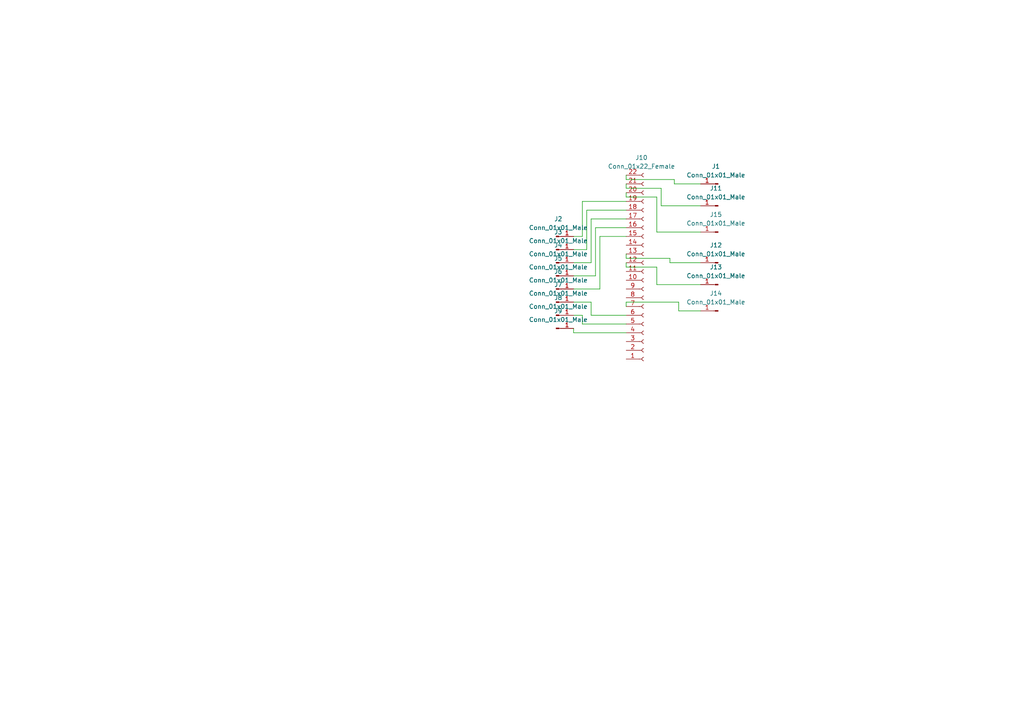
<source format=kicad_sch>
(kicad_sch (version 20211123) (generator eeschema)
  (paper "A4")
  (title_block (title "EMMMA-K-v3-Master") (date "2022-10-20") (rev "0"))
  (lib_symbols
    (symbol "Connector:Conn_01x01_Male" (pin_names (offset 1.016) hide)
      (property "Reference" "J" (at 0 2.54 0))
      (property "Value" "Conn_01x01_Male" (at 0 -2.54 0))
      (symbol "Conn_01x01_Male_1_1"
        (polyline (pts (xy 1.27 0) (xy 0.8636 0)) (stroke (width 0.1524)))
        (rectangle (start 0.8636 0.127) (end 0 -0.127) (stroke (width 0.1524)) (fill (type outline)))
        (pin passive line (at 5.08 0 180) (length 3.81) (name "Pin_1") (number "1"))
      )
    )
    (symbol "Connector:Conn_01x22_Female" (pin_names (offset 1.016) hide)
      (property "Reference" "J" (at 0 27.94 0))
      (property "Value" "Conn_01x22_Female" (at 0 -30.48 0))
      (symbol "Conn_01x22_Female_1_1"
        (arc (start 0 -27.432) (mid -0.508 -27.94) (end 0 -28.448) (stroke (width 0.1524)))
        (arc (start 0 -24.892) (mid -0.508 -25.4) (end 0 -25.908) (stroke (width 0.1524)))
        (arc (start 0 -22.352) (mid -0.508 -22.86) (end 0 -23.368) (stroke (width 0.1524)))
        (arc (start 0 -19.812) (mid -0.508 -20.32) (end 0 -20.828) (stroke (width 0.1524)))
        (arc (start 0 -17.272) (mid -0.508 -17.78) (end 0 -18.288) (stroke (width 0.1524)))
        (arc (start 0 -14.732) (mid -0.508 -15.24) (end 0 -15.748) (stroke (width 0.1524)))
        (arc (start 0 -12.192) (mid -0.508 -12.7) (end 0 -13.208) (stroke (width 0.1524)))
        (arc (start 0 -9.652) (mid -0.508 -10.16) (end 0 -10.668) (stroke (width 0.1524)))
        (arc (start 0 -7.112) (mid -0.508 -7.62) (end 0 -8.128) (stroke (width 0.1524)))
        (arc (start 0 -4.572) (mid -0.508 -5.08) (end 0 -5.588) (stroke (width 0.1524)))
        (arc (start 0 -2.032) (mid -0.508 -2.54) (end 0 -3.048) (stroke (width 0.1524)))
        (polyline (pts (xy -1.27 -27.94) (xy -0.508 -27.94)) (stroke (width 0.1524)))
        (polyline (pts (xy -1.27 -25.4) (xy -0.508 -25.4)) (stroke (width 0.1524)))
        (polyline (pts (xy -1.27 -22.86) (xy -0.508 -22.86)) (stroke (width 0.1524)))
        (polyline (pts (xy -1.27 -20.32) (xy -0.508 -20.32)) (stroke (width 0.1524)))
        (polyline (pts (xy -1.27 -17.78) (xy -0.508 -17.78)) (stroke (width 0.1524)))
        (polyline (pts (xy -1.27 -15.24) (xy -0.508 -15.24)) (stroke (width 0.1524)))
        (polyline (pts (xy -1.27 -12.7) (xy -0.508 -12.7)) (stroke (width 0.1524)))
        (polyline (pts (xy -1.27 -10.16) (xy -0.508 -10.16)) (stroke (width 0.1524)))
        (polyline (pts (xy -1.27 -7.62) (xy -0.508 -7.62)) (stroke (width 0.1524)))
        (polyline (pts (xy -1.27 -5.08) (xy -0.508 -5.08)) (stroke (width 0.1524)))
        (polyline (pts (xy -1.27 -2.54) (xy -0.508 -2.54)) (stroke (width 0.1524)))
        (polyline (pts (xy -1.27 0) (xy -0.508 0)) (stroke (width 0.1524)))
        (polyline (pts (xy -1.27 2.54) (xy -0.508 2.54)) (stroke (width 0.1524)))
        (polyline (pts (xy -1.27 5.08) (xy -0.508 5.08)) (stroke (width 0.1524)))
        (polyline (pts (xy -1.27 7.62) (xy -0.508 7.62)) (stroke (width 0.1524)))
        (polyline (pts (xy -1.27 10.16) (xy -0.508 10.16)) (stroke (width 0.1524)))
        (polyline (pts (xy -1.27 12.7) (xy -0.508 12.7)) (stroke (width 0.1524)))
        (polyline (pts (xy -1.27 15.24) (xy -0.508 15.24)) (stroke (width 0.1524)))
        (polyline (pts (xy -1.27 17.78) (xy -0.508 17.78)) (stroke (width 0.1524)))
        (polyline (pts (xy -1.27 20.32) (xy -0.508 20.32)) (stroke (width 0.1524)))
        (polyline (pts (xy -1.27 22.86) (xy -0.508 22.86)) (stroke (width 0.1524)))
        (polyline (pts (xy -1.27 25.4) (xy -0.508 25.4)) (stroke (width 0.1524)))
        (arc (start 0 0.508) (mid -0.508 0) (end 0 -0.508) (stroke (width 0.1524)))
        (arc (start 0 3.048) (mid -0.508 2.54) (end 0 2.032) (stroke (width 0.1524)))
        (arc (start 0 5.588) (mid -0.508 5.08) (end 0 4.572) (stroke (width 0.1524)))
        (arc (start 0 8.128) (mid -0.508 7.62) (end 0 7.112) (stroke (width 0.1524)))
        (arc (start 0 10.668) (mid -0.508 10.16) (end 0 9.652) (stroke (width 0.1524)))
        (arc (start 0 13.208) (mid -0.508 12.7) (end 0 12.192) (stroke (width 0.1524)))
        (arc (start 0 15.748) (mid -0.508 15.24) (end 0 14.732) (stroke (width 0.1524)))
        (arc (start 0 18.288) (mid -0.508 17.78) (end 0 17.272) (stroke (width 0.1524)))
        (arc (start 0 20.828) (mid -0.508 20.32) (end 0 19.812) (stroke (width 0.1524)))
        (arc (start 0 23.368) (mid -0.508 22.86) (end 0 22.352) (stroke (width 0.1524)))
        (arc (start 0 25.908) (mid -0.508 25.4) (end 0 24.892) (stroke (width 0.1524)))
        (pin passive line (at -5.08 25.4 0) (length 3.81) (name "Pin_1") (number "1"))
        (pin passive line (at -5.08 2.54 0) (length 3.81) (name "Pin_10") (number "10"))
        (pin passive line (at -5.08 0 0) (length 3.81) (name "Pin_11") (number "11"))
        (pin passive line (at -5.08 -2.54 0) (length 3.81) (name "Pin_12") (number "12"))
        (pin passive line (at -5.08 -5.08 0) (length 3.81) (name "Pin_13") (number "13"))
        (pin passive line (at -5.08 -7.62 0) (length 3.81) (name "Pin_14") (number "14"))
        (pin passive line (at -5.08 -10.16 0) (length 3.81) (name "Pin_15") (number "15"))
        (pin passive line (at -5.08 -12.7 0) (length 3.81) (name "Pin_16") (number "16"))
        (pin passive line (at -5.08 -15.24 0) (length 3.81) (name "Pin_17") (number "17"))
        (pin passive line (at -5.08 -17.78 0) (length 3.81) (name "Pin_18") (number "18"))
        (pin passive line (at -5.08 -20.32 0) (length 3.81) (name "Pin_19") (number "19"))
        (pin passive line (at -5.08 22.86 0) (length 3.81) (name "Pin_2") (number "2"))
        (pin passive line (at -5.08 -22.86 0) (length 3.81) (name "Pin_20") (number "20"))
        (pin passive line (at -5.08 -25.4 0) (length 3.81) (name "Pin_21") (number "21"))
        (pin passive line (at -5.08 -27.94 0) (length 3.81) (name "Pin_22") (number "22"))
        (pin passive line (at -5.08 20.32 0) (length 3.81) (name "Pin_3") (number "3"))
        (pin passive line (at -5.08 17.78 0) (length 3.81) (name "Pin_4") (number "4"))
        (pin passive line (at -5.08 15.24 0) (length 3.81) (name "Pin_5") (number "5"))
        (pin passive line (at -5.08 12.7 0) (length 3.81) (name "Pin_6") (number "6"))
        (pin passive line (at -5.08 10.16 0) (length 3.81) (name "Pin_7") (number "7"))
        (pin passive line (at -5.08 7.62 0) (length 3.81) (name "Pin_8") (number "8"))
        (pin passive line (at -5.08 5.08 0) (length 3.81) (name "Pin_9") (number "9"))
      )
    )
  )
  (wire (pts (xy 194.31 76.2) (xy 203.2 76.2)))
  (wire (pts (xy 181.61 57.15) (xy 190.5 57.15)))
  (wire (pts (xy 172.72 80.01) (xy 172.72 66.04)))
  (wire (pts (xy 181.61 50.8) (xy 181.61 52.07)))
  (wire (pts (xy 190.5 57.15) (xy 190.5 67.31)))
  (wire (pts (xy 168.91 93.98) (xy 181.61 93.98)))
  (wire (pts (xy 181.61 73.66) (xy 181.61 74.93)))
  (wire (pts (xy 190.5 82.55) (xy 203.2 82.55)))
  (wire (pts (xy 195.58 52.07) (xy 195.58 53.34)))
  (wire (pts (xy 181.61 76.2) (xy 181.61 77.47)))
  (wire (pts (xy 166.37 96.52) (xy 181.61 96.52)))
  (wire (pts (xy 191.77 59.69) (xy 203.2 59.69)))
  (wire (pts (xy 190.5 77.47) (xy 190.5 82.55)))
  (wire (pts (xy 166.37 95.25) (xy 166.37 96.52)))
  (wire (pts (xy 171.45 91.44) (xy 181.61 91.44)))
  (wire (pts (xy 166.37 68.58) (xy 168.91 68.58)))
  (wire (pts (xy 166.37 83.82) (xy 173.99 83.82)))
  (wire (pts (xy 170.18 60.96) (xy 181.61 60.96)))
  (wire (pts (xy 194.31 74.93) (xy 194.31 76.2)))
  (wire (pts (xy 172.72 66.04) (xy 181.61 66.04)))
  (wire (pts (xy 181.61 53.34) (xy 181.61 54.61)))
  (wire (pts (xy 173.99 68.58) (xy 181.61 68.58)))
  (wire (pts (xy 190.5 67.31) (xy 203.2 67.31)))
  (wire (pts (xy 166.37 76.2) (xy 171.45 76.2)))
  (wire (pts (xy 170.18 72.39) (xy 170.18 60.96)))
  (wire (pts (xy 168.91 58.42) (xy 181.61 58.42)))
  (wire (pts (xy 191.77 54.61) (xy 191.77 59.69)))
  (wire (pts (xy 173.99 83.82) (xy 173.99 68.58)))
  (wire (pts (xy 195.58 53.34) (xy 203.2 53.34)))
  (wire (pts (xy 181.61 54.61) (xy 191.77 54.61)))
  (wire (pts (xy 171.45 76.2) (xy 171.45 63.5)))
  (wire (pts (xy 196.85 90.17) (xy 203.2 90.17)))
  (wire (pts (xy 181.61 88.9) (xy 181.61 87.63)))
  (wire (pts (xy 166.37 80.01) (xy 172.72 80.01)))
  (wire (pts (xy 181.61 74.93) (xy 194.31 74.93)))
  (wire (pts (xy 166.37 72.39) (xy 170.18 72.39)))
  (wire (pts (xy 171.45 63.5) (xy 181.61 63.5)))
  (wire (pts (xy 171.45 87.63) (xy 171.45 91.44)))
  (wire (pts (xy 166.37 91.44) (xy 168.91 91.44)))
  (wire (pts (xy 181.61 87.63) (xy 196.85 87.63)))
  (wire (pts (xy 196.85 87.63) (xy 196.85 90.17)))
  (wire (pts (xy 181.61 55.88) (xy 181.61 57.15)))
  (wire (pts (xy 168.91 68.58) (xy 168.91 58.42)))
  (wire (pts (xy 181.61 77.47) (xy 190.5 77.47)))
  (wire (pts (xy 181.61 52.07) (xy 195.58 52.07)))
  (wire (pts (xy 166.37 87.63) (xy 171.45 87.63)))
  (wire (pts (xy 168.91 91.44) (xy 168.91 93.98)))
  (symbol (lib_id "Connector:Conn_01x01_Male") (at 208.28 82.55 180) (unit 1)
    (property "Reference" "J13" (at 207.645 77.47 0))
    (property "Value" "Conn_01x01_Male" (at 207.645 80.01 0))
    (property "Footprint" "myLibrary:SolderWire-1.5sqmm_1x01_D1.0mm_OD3mm" (effects hide))
  )
  (symbol (lib_id "Connector:Conn_01x01_Male") (at 208.28 59.69 180) (unit 1)
    (property "Reference" "J11" (at 207.645 54.61 0))
    (property "Value" "Conn_01x01_Male" (at 207.645 57.15 0))
    (property "Footprint" "myLibrary:SolderWire-1.5sqmm_1x01_D1.0mm_OD3mm" (effects hide))
  )
  (symbol (lib_id "Connector:Conn_01x01_Male") (at 208.28 53.34 180) (unit 1)
    (property "Reference" "J1" (at 207.645 48.26 0))
    (property "Value" "Conn_01x01_Male" (at 207.645 50.8 0))
    (property "Footprint" "myLibrary:SolderWire-1.5sqmm_1x01_D1.0mm_OD3mm" (effects hide))
  )
  (symbol (lib_id "Connector:Conn_01x01_Male") (at 161.29 80.01 0) (unit 1)
    (property "Reference" "J5" (at 161.925 74.93 0))
    (property "Value" "Conn_01x01_Male" (at 161.925 77.47 0))
    (property "Footprint" "myLibrary:SolderWire-EMMMA-3mm1.7mm" (effects hide))
  )
  (symbol (lib_id "Connector:Conn_01x01_Male") (at 161.29 87.63 0) (unit 1)
    (property "Reference" "J7" (at 161.925 82.55 0))
    (property "Value" "Conn_01x01_Male" (at 161.925 85.09 0))
    (property "Footprint" "myLibrary:SolderWire-EMMMA-3mm1.7mm" (effects hide))
  )
  (symbol (lib_id "Connector:Conn_01x01_Male") (at 161.29 95.25 0) (unit 1)
    (property "Reference" "J9" (at 161.925 90.17 0))
    (property "Value" "Conn_01x01_Male" (at 161.925 92.71 0))
    (property "Footprint" "myLibrary:SolderWire-EMMMA-3mm1.7mm" (effects hide))
  )
  (symbol (lib_id "Connector:Conn_01x01_Male") (at 161.29 72.39 0) (unit 1)
    (property "Reference" "J3" (at 161.925 67.31 0))
    (property "Value" "Conn_01x01_Male" (at 161.925 69.85 0))
    (property "Footprint" "myLibrary:SolderWire-EMMMA-3mm1.7mm" (effects hide))
  )
  (symbol (lib_id "Connector:Conn_01x01_Male") (at 161.29 76.2 0) (unit 1)
    (property "Reference" "J4" (at 161.925 71.12 0))
    (property "Value" "Conn_01x01_Male" (at 161.925 73.66 0))
    (property "Footprint" "myLibrary:SolderWire-EMMMA-3mm1.7mm" (effects hide))
  )
  (symbol (lib_id "Connector:Conn_01x01_Male") (at 161.29 83.82 0) (unit 1)
    (property "Reference" "J6" (at 161.925 78.74 0))
    (property "Value" "Conn_01x01_Male" (at 161.925 81.28 0))
    (property "Footprint" "myLibrary:SolderWire-EMMMA-3mm1.7mm" (effects hide))
  )
  (symbol (lib_id "Connector:Conn_01x01_Male") (at 208.28 90.17 180) (unit 1)
    (property "Reference" "J14" (at 207.645 85.09 0))
    (property "Value" "Conn_01x01_Male" (at 207.645 87.63 0))
    (property "Footprint" "myLibrary:SolderWire-1.5sqmm_1x01_D1.0mm_OD3mm" (effects hide))
  )
  (symbol (lib_id "Connector:Conn_01x01_Male") (at 208.28 67.31 180) (unit 1)
    (property "Reference" "J15" (at 207.645 62.23 0))
    (property "Value" "Conn_01x01_Male" (at 207.645 64.77 0))
    (property "Footprint" "myLibrary:SolderWire-1.5sqmm_1x01_D1.0mm_OD3mm" (effects hide))
  )
  (symbol (lib_id "Connector:Conn_01x01_Male") (at 161.29 91.44 0) (unit 1)
    (property "Reference" "J8" (at 161.925 86.36 0))
    (property "Value" "Conn_01x01_Male" (at 161.925 88.9 0))
    (property "Footprint" "myLibrary:SolderWire-EMMMA-3mm1.7mm" (effects hide))
  )
  (symbol (lib_id "Connector:Conn_01x01_Male") (at 208.28 76.2 180) (unit 1)
    (property "Reference" "J12" (at 207.645 71.12 0))
    (property "Value" "Conn_01x01_Male" (at 207.645 73.66 0))
    (property "Footprint" "myLibrary:SolderWire-1.5sqmm_1x01_D1.0mm_OD3mm" (effects hide))
  )
  (symbol (lib_id "Connector:Conn_01x01_Male") (at 161.29 68.58 0) (unit 1)
    (property "Reference" "J2" (at 161.925 63.5 0))
    (property "Value" "Conn_01x01_Male" (at 161.925 66.04 0))
    (property "Footprint" "myLibrary:SolderWire-EMMMA-3mm1.7mm" (effects hide))
  )
  (symbol (lib_id "Connector:Conn_01x22_Female") (at 186.69 78.74 0) (mirror x) (unit 1)
    (property "Reference" "J10" (at 186.055 45.72 0))
    (property "Value" "Conn_01x22_Female" (at 186.055 48.26 0))
    (property "Footprint" "Connector_PinHeader_2.54mm:PinHeader_1x22_P2.54mm_Vertical" (effects hide))
  )
)
</source>
